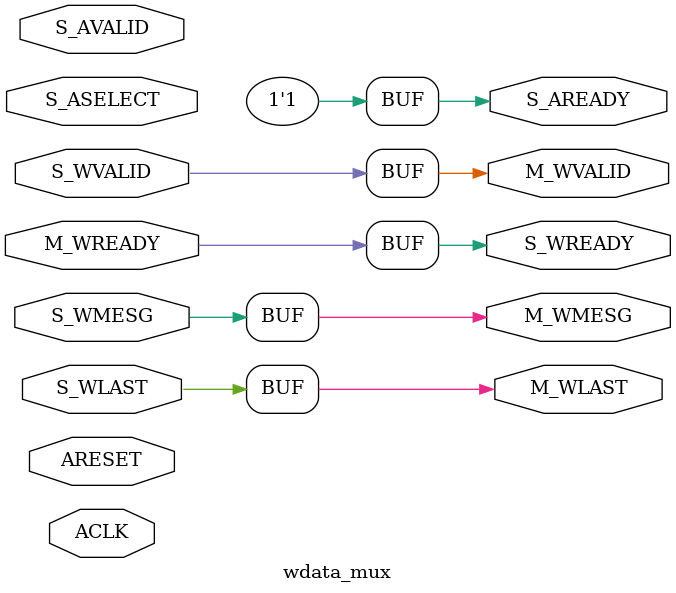
<source format=v>

`timescale 1ps/1ps
`default_nettype none

module wdata_mux #
  (
   parameter         C_FAMILY       = "none", // FPGA Family.
   parameter integer C_WMESG_WIDTH            =  1, // Width of W-channel payload.
   parameter integer C_NUM_SLAVE_SLOTS     =  1, // Number of S_* ports.
   parameter integer C_SELECT_WIDTH      =  1, // Width of ASELECT.
   parameter integer C_FIFO_DEPTH_LOG     =  0 // Queue depth = 2**C_FIFO_DEPTH_LOG.
   )
  (
   // System Signals
   input  wire                                        ACLK,
   input  wire                                        ARESET,
   // Slave Data Ports
   input  wire [C_NUM_SLAVE_SLOTS*C_WMESG_WIDTH-1:0]     S_WMESG,
   input  wire [C_NUM_SLAVE_SLOTS-1:0]                S_WLAST,
   input  wire [C_NUM_SLAVE_SLOTS-1:0]                S_WVALID,
   output wire [C_NUM_SLAVE_SLOTS-1:0]                S_WREADY,
   // Master Data Ports
   output wire [C_WMESG_WIDTH-1:0]                       M_WMESG,
   output wire                                        M_WLAST,
   output wire                                        M_WVALID,
   input  wire                                        M_WREADY,
   // Write Command Ports
   input  wire [C_SELECT_WIDTH-1:0]                 S_ASELECT,  // SI-slot index from AW arbiter
   input  wire                                        S_AVALID,
   output wire                                        S_AREADY
   );

  // Decode select input to 1-hot
  function [C_NUM_SLAVE_SLOTS-1:0] f_decoder (
      input [C_SELECT_WIDTH-1:0] sel
    );
    integer i;
    begin
      for (i=0; i<C_NUM_SLAVE_SLOTS; i=i+1) begin
        f_decoder[i] = (sel == i);
      end
    end
  endfunction

  wire                                          m_valid_i;
  wire                                          m_last_i;
  wire [C_NUM_SLAVE_SLOTS-1:0]             m_select_hot;
  wire [C_SELECT_WIDTH-1:0]                 m_select_enc;
  wire                                          m_avalid;
  wire                                          m_aready;
  
  generate
    if (C_NUM_SLAVE_SLOTS>1) begin : gen_wmux
      // SI-side write command queue
      axic_reg_srl_fifo #
        (
         .C_FAMILY          (C_FAMILY),
         .C_FIFO_WIDTH      (C_SELECT_WIDTH),
         .C_FIFO_DEPTH_LOG  (C_FIFO_DEPTH_LOG),
         .C_USE_FULL        (0)
         )
        wmux_aw_fifo
          (
           .ACLK    (ACLK),
           .ARESET  (ARESET),
           .S_MESG  (S_ASELECT),
           .S_VALID (S_AVALID),
           .S_READY (S_AREADY),
           .M_MESG  (m_select_enc),
           .M_VALID (m_avalid),
           .M_READY (m_aready)
           );
    
      assign m_select_hot = f_decoder(m_select_enc);
      
      // Instantiate MUX
      mux_enc # 
        (
         .C_FAMILY      (C_FAMILY),
         .C_RATIO       (C_NUM_SLAVE_SLOTS),
         .C_SEL_WIDTH   (C_SELECT_WIDTH),
         .C_DATA_WIDTH  (C_WMESG_WIDTH)
        ) mux_w 
        (
         .S   (m_select_enc),
         .A   (S_WMESG),
         .O   (M_WMESG),
         .OE  (1'b1)
        ); 
        
      assign m_last_i  = |(S_WLAST & m_select_hot);
      assign m_valid_i = |(S_WVALID & m_select_hot);
      
      assign m_aready = m_valid_i & m_avalid & m_last_i & M_WREADY;
      assign M_WLAST = m_last_i;
      assign M_WVALID = m_valid_i & m_avalid;
      assign S_WREADY = m_select_hot & {C_NUM_SLAVE_SLOTS{m_avalid & M_WREADY}};
    end else begin : gen_no_wmux
      assign S_AREADY = 1'b1;
      assign M_WVALID = S_WVALID;
      assign S_WREADY = M_WREADY;
      assign M_WLAST = S_WLAST;
      assign M_WMESG = S_WMESG;
    end
  endgenerate
  
endmodule

`default_nettype wire

</source>
